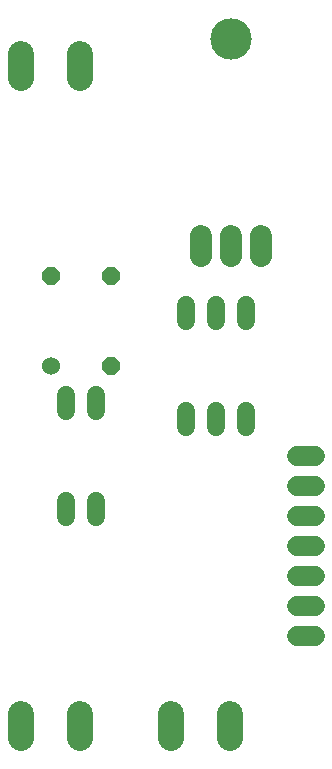
<source format=gbr>
G04 EAGLE Gerber RS-274X export*
G75*
%MOMM*%
%FSLAX34Y34*%
%LPD*%
%INSoldermask Bottom*%
%IPPOS*%
%AMOC8*
5,1,8,0,0,1.08239X$1,22.5*%
G01*
%ADD10C,2.184400*%
%ADD11C,1.524000*%
%ADD12P,1.649562X8X22.500000*%
%ADD13C,1.524000*%
%ADD14C,1.727200*%
%ADD15C,1.879600*%
%ADD16C,3.505200*%


D10*
X101346Y632206D02*
X101346Y612394D01*
X51308Y612394D02*
X51308Y632206D01*
X51054Y73406D02*
X51054Y53594D01*
X101092Y53594D02*
X101092Y73406D01*
D11*
X76200Y368300D03*
D12*
X127000Y368300D03*
X127000Y444500D03*
X76200Y444500D03*
D13*
X190500Y330200D02*
X190500Y316992D01*
X215900Y316992D02*
X215900Y330200D01*
X215900Y406400D02*
X215900Y419608D01*
X190500Y419608D02*
X190500Y406400D01*
X241300Y330200D02*
X241300Y316992D01*
X241300Y406400D02*
X241300Y419608D01*
X114300Y343408D02*
X114300Y330200D01*
X88900Y330200D02*
X88900Y343408D01*
X88900Y254000D02*
X88900Y240792D01*
X114300Y240792D02*
X114300Y254000D01*
D14*
X284480Y139700D02*
X299720Y139700D01*
X299720Y165100D02*
X284480Y165100D01*
X284480Y190500D02*
X299720Y190500D01*
X299720Y215900D02*
X284480Y215900D01*
X284480Y241300D02*
X299720Y241300D01*
X299720Y266700D02*
X284480Y266700D01*
X284480Y292100D02*
X299720Y292100D01*
D15*
X203200Y461518D02*
X203200Y478282D01*
X228600Y478282D02*
X228600Y461518D01*
X254000Y461518D02*
X254000Y478282D01*
D16*
X228600Y645160D03*
D10*
X178054Y73406D02*
X178054Y53594D01*
X228092Y53594D02*
X228092Y73406D01*
M02*

</source>
